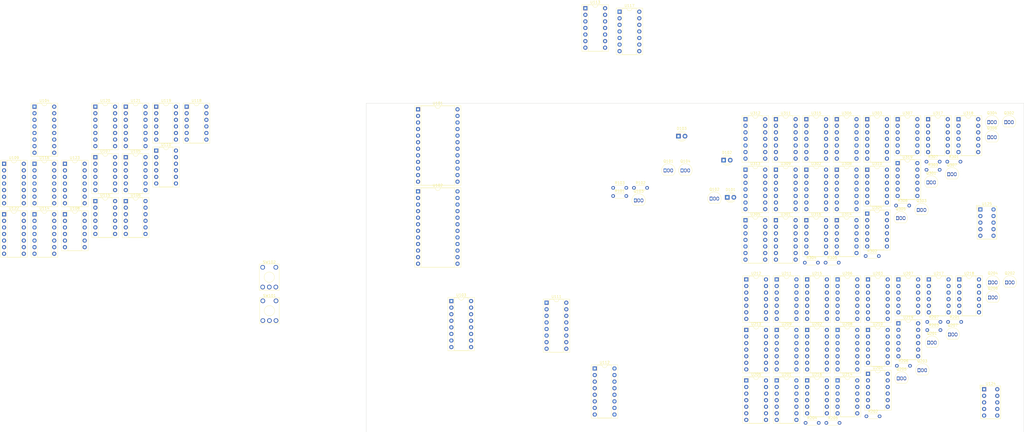
<source format=kicad_pcb>
(kicad_pcb (version 20210126) (generator pcbnew)
  (layers (0 "F.Cu" signal) (31 "B.Cu" signal) (34 "B.Paste" user) (35 "F.Paste" user) (36 "B.SilkS" user "B.Silkscreen") (37 "F.SilkS" user "F.Silkscreen") (38 "B.Mask" user) (39 "F.Mask" user) (44 "Edge.Cuts" user))
  (net 0 "")
  (net 1 "Net-(D101-Pad2)")
  (net 2 "GND")
  (net 3 "Net-(D102-Pad2)")
  (net 4 "Net-(D103-Pad2)")
  (net 5 "Net-(Q101-Pad1)")
  (net 6 "Net-(Q101-Pad2)")
  (net 7 "Net-(Q102-Pad1)")
  (net 8 "Net-(Q102-Pad2)")
  (net 9 "Net-(Q103-Pad1)")
  (net 10 "Net-(Q103-Pad2)")
  (net 11 "VCC")
  (net 12 "/hex_to_7seg/EN")
  (net 13 "Net-(Q104-Pad2)")
  (net 14 "Net-(Q201-Pad3)")
  (net 15 "Net-(Q201-Pad2)")
  (net 16 "Net-(Q202-Pad3)")
  (net 17 "Net-(Q202-Pad2)")
  (net 18 "Net-(Q203-Pad3)")
  (net 19 "Net-(Q203-Pad2)")
  (net 20 "Net-(Q204-Pad3)")
  (net 21 "Net-(Q204-Pad2)")
  (net 22 "Net-(Q205-Pad3)")
  (net 23 "Net-(Q205-Pad2)")
  (net 24 "Net-(Q206-Pad3)")
  (net 25 "Net-(Q206-Pad2)")
  (net 26 "Net-(Q207-Pad3)")
  (net 27 "Net-(Q207-Pad2)")
  (net 28 "Net-(Q301-Pad3)")
  (net 29 "Net-(Q301-Pad2)")
  (net 30 "Net-(Q302-Pad3)")
  (net 31 "Net-(Q302-Pad2)")
  (net 32 "Net-(Q303-Pad3)")
  (net 33 "Net-(Q303-Pad2)")
  (net 34 "Net-(Q304-Pad3)")
  (net 35 "Net-(Q304-Pad2)")
  (net 36 "Net-(Q305-Pad3)")
  (net 37 "Net-(Q305-Pad2)")
  (net 38 "Net-(Q306-Pad3)")
  (net 39 "Net-(Q306-Pad2)")
  (net 40 "Net-(Q307-Pad3)")
  (net 41 "Net-(Q307-Pad2)")
  (net 42 "/hex_to_7seg/A")
  (net 43 "/hex_to_7seg/B")
  (net 44 "/hex_to_7seg/C")
  (net 45 "/hex_to_7seg/D")
  (net 46 "/hex_to_7seg/E")
  (net 47 "/hex_to_7seg/F")
  (net 48 "/hex_to_7seg/G")
  (net 49 "/hex_to_7seg1/A")
  (net 50 "/hex_to_7seg1/B")
  (net 51 "/hex_to_7seg1/C")
  (net 52 "/hex_to_7seg1/D")
  (net 53 "/hex_to_7seg1/E")
  (net 54 "/hex_to_7seg1/F")
  (net 55 "/hex_to_7seg1/G")
  (net 56 "bit_2")
  (net 57 "bit_1")
  (net 58 "bit_0")
  (net 59 "bit_6")
  (net 60 "bit_5")
  (net 61 "bit_4")
  (net 62 "Net-(U101-Pad11)")
  (net 63 "Net-(U101-Pad10)")
  (net 64 "Net-(U101-Pad9)")
  (net 65 "Net-(U101-Pad8)")
  (net 67 "Net-(U101-Pad7)")
  (net 69 "Net-(U101-Pad6)")
  (net 70 "odd_4")
  (net 71 "Net-(U101-Pad5)")
  (net 72 "Net-(U101-Pad16)")
  (net 73 "Net-(U101-Pad4)")
  (net 74 "Net-(U101-Pad15)")
  (net 75 "Net-(U101-Pad3)")
  (net 76 "Net-(U101-Pad14)")
  (net 77 "Net-(U101-Pad2)")
  (net 78 "Net-(U101-Pad13)")
  (net 79 "odd_0")
  (net 80 "Net-(U102-Pad11)")
  (net 81 "bit_3")
  (net 82 "Net-(U102-Pad10)")
  (net 83 "Net-(U102-Pad9)")
  (net 84 "bit_7")
  (net 85 "Net-(U102-Pad8)")
  (net 87 "Net-(U102-Pad7)")
  (net 89 "Net-(U102-Pad6)")
  (net 90 "even_4")
  (net 91 "Net-(U102-Pad5)")
  (net 92 "Net-(U102-Pad16)")
  (net 93 "Net-(U102-Pad4)")
  (net 94 "Net-(U102-Pad15)")
  (net 95 "Net-(U102-Pad3)")
  (net 96 "Net-(U102-Pad14)")
  (net 97 "Net-(U102-Pad2)")
  (net 98 "Net-(U102-Pad13)")
  (net 99 "even_0")
  (net 101 "Net-(U103-Pad15)")
  (net 103 "Net-(U103-Pad6)")
  (net 107 "Net-(U103-Pad2)")
  (net 108 "Net-(U103-Pad9)")
  (net 111 "Net-(U104-Pad15)")
  (net 113 "Net-(U104-Pad6)")
  (net 117 "Net-(U104-Pad2)")
  (net 118 "Net-(U104-Pad9)")
  (net 120 "odd_1")
  (net 121 "Net-(U106-Pad1)")
  (net 122 "Net-(U107-Pad1)")
  (net 123 "Net-(U105-Pad13)")
  (net 124 "odd_2")
  (net 125 "Net-(U109-Pad7)")
  (net 126 "div_by_3")
  (net 127 "Net-(U109-Pad6)")
  (net 128 "Net-(U109-Pad12)")
  (net 129 "div_by_5")
  (net 130 "Net-(U109-Pad4)")
  (net 131 "Net-(U109-Pad10)")
  (net 132 "Net-(U109-Pad2)")
  (net 133 "Net-(U109-Pad8)")
  (net 134 "Net-(U110-Pad13)")
  (net 135 "even_2")
  (net 136 "Net-(U111-Pad15)")
  (net 138 "Net-(U111-Pad6)")
  (net 140 "Net-(U111-Pad2)")
  (net 141 "Net-(U111-Pad9)")
  (net 143 "Net-(U112-Pad15)")
  (net 145 "Net-(U112-Pad6)")
  (net 146 "Net-(U112-Pad2)")
  (net 147 "Net-(U112-Pad9)")
  (net 148 "odd_3")
  (net 149 "even_3")
  (net 150 "Net-(U113-Pad11)")
  (net 151 "Net-(U113-Pad4)")
  (net 152 "Net-(U113-Pad10)")
  (net 153 "Net-(U113-Pad3)")
  (net 154 "even_1")
  (net 155 "Net-(U114-Pad11)")
  (net 156 "Net-(U114-Pad4)")
  (net 157 "Net-(U114-Pad10)")
  (net 158 "Net-(U114-Pad3)")
  (net 159 "Net-(U115-Pad1)")
  (net 160 "Net-(U116-Pad4)")
  (net 161 "Net-(U116-Pad3)")
  (net 162 "Net-(U117-Pad3)")
  (net 163 "Net-(U115-Pad13)")
  (net 164 "Net-(U118-Pad9)")
  (net 169 "Net-(U201-Pad6)")
  (net 170 "Net-(U201-Pad4)")
  (net 171 "Net-(U201-Pad2)")
  (net 172 "Net-(U201-Pad8)")
  (net 173 "Net-(U202-Pad6)")
  (net 174 "Net-(U202-Pad10)")
  (net 175 "Net-(U202-Pad9)")
  (net 176 "Net-(U203-Pad6)")
  (net 177 "Net-(U203-Pad10)")
  (net 178 "Net-(U203-Pad9)")
  (net 179 "Net-(U204-Pad11)")
  (net 180 "Net-(U204-Pad10)")
  (net 181 "Net-(U204-Pad4)")
  (net 182 "Net-(U204-Pad9)")
  (net 183 "Net-(U204-Pad1)")
  (net 184 "Net-(U206-Pad6)")
  (net 185 "Net-(U206-Pad10)")
  (net 186 "Net-(U206-Pad9)")
  (net 187 "Net-(U207-Pad12)")
  (net 188 "Net-(U204-Pad13)")
  (net 189 "Net-(U208-Pad6)")
  (net 190 "Net-(U208-Pad9)")
  (net 191 "Net-(U209-Pad11)")
  (net 192 "Net-(U209-Pad4)")
  (net 193 "Net-(U209-Pad10)")
  (net 194 "Net-(U210-Pad5)")
  (net 195 "Net-(U210-Pad4)")
  (net 196 "Net-(U207-Pad13)")
  (net 197 "Net-(U210-Pad1)")
  (net 198 "Net-(U211-Pad11)")
  (net 199 "Net-(U211-Pad10)")
  (net 200 "Net-(U212-Pad11)")
  (net 201 "Net-(U212-Pad4)")
  (net 202 "Net-(U212-Pad10)")
  (net 203 "Net-(U212-Pad3)")
  (net 204 "Net-(U213-Pad11)")
  (net 205 "Net-(U213-Pad4)")
  (net 206 "Net-(U213-Pad10)")
  (net 207 "Net-(U213-Pad3)")
  (net 208 "Net-(U215-Pad11)")
  (net 209 "Net-(U215-Pad4)")
  (net 210 "Net-(U215-Pad10)")
  (net 211 "Net-(U215-Pad3)")
  (net 212 "Net-(U214-Pad13)")
  (net 213 "Net-(U217-Pad1)")
  (net 214 "Net-(U218-Pad10)")
  (net 215 "Net-(U217-Pad13)")
  (net 216 "Net-(U301-Pad6)")
  (net 217 "Net-(U301-Pad4)")
  (net 218 "Net-(U301-Pad2)")
  (net 219 "Net-(U301-Pad8)")
  (net 220 "Net-(U302-Pad6)")
  (net 221 "Net-(U302-Pad10)")
  (net 222 "Net-(U302-Pad9)")
  (net 223 "Net-(U303-Pad6)")
  (net 224 "Net-(U303-Pad10)")
  (net 225 "Net-(U303-Pad9)")
  (net 226 "Net-(U304-Pad11)")
  (net 227 "Net-(U304-Pad10)")
  (net 228 "Net-(U304-Pad4)")
  (net 229 "Net-(U304-Pad9)")
  (net 230 "Net-(U304-Pad1)")
  (net 231 "Net-(U306-Pad6)")
  (net 232 "Net-(U306-Pad10)")
  (net 233 "Net-(U306-Pad9)")
  (net 234 "Net-(U307-Pad12)")
  (net 235 "Net-(U304-Pad13)")
  (net 236 "Net-(U308-Pad6)")
  (net 237 "Net-(U308-Pad9)")
  (net 238 "Net-(U309-Pad11)")
  (net 239 "Net-(U309-Pad4)")
  (net 240 "Net-(U309-Pad10)")
  (net 241 "Net-(U310-Pad5)")
  (net 242 "Net-(U310-Pad4)")
  (net 243 "Net-(U307-Pad13)")
  (net 244 "Net-(U310-Pad1)")
  (net 245 "Net-(U311-Pad11)")
  (net 246 "Net-(U311-Pad10)")
  (net 247 "Net-(U312-Pad11)")
  (net 248 "Net-(U312-Pad4)")
  (net 249 "Net-(U312-Pad10)")
  (net 250 "Net-(U312-Pad3)")
  (net 251 "Net-(U313-Pad11)")
  (net 252 "Net-(U313-Pad4)")
  (net 253 "Net-(U313-Pad10)")
  (net 254 "Net-(U313-Pad3)")
  (net 255 "Net-(U315-Pad11)")
  (net 256 "Net-(U315-Pad4)")
  (net 257 "Net-(U315-Pad10)")
  (net 258 "Net-(U315-Pad3)")
  (net 259 "Net-(U314-Pad13)")
  (net 260 "Net-(U317-Pad1)")
  (net 261 "Net-(U318-Pad10)")
  (net 262 "Net-(U317-Pad13)")
  (footprint "Resistor_THT:R_Axial_DIN0204_L3.6mm_D1.6mm_P5.08mm_Horizontal" (layer "F.Cu") (at 120.786 86.612)
    (fp_text reference "R101")
    (fp_text value "470")
  )
  (footprint "Package_TO_SOT_THT:TO-92_Inline" (layer "F.Cu") (at 242.321 81.355)
    (fp_text reference "Q301")
    (fp_text value "Q_NMOS_DGS")
  )
  (footprint "Resistor_THT:R_Axial_DIN0204_L3.6mm_D1.6mm_P5.08mm_Horizontal" (layer "F.Cu") (at 218.586 171.684)
    (fp_text reference "R202")
    (fp_text value "470")
  )
  (footprint "Package_DIP:DIP-12_W7.62mm_Socket" (layer "F.Cu") (at 230.636 73.9)
    (fp_text reference "U319")
    (fp_text value "4072")
  )
  (footprint "Package_DIP:DIP-14_W7.62mm_Socket" (layer "F.Cu") (at 195.386 56.95)
    (fp_text reference "U315")
    (fp_text value "4081")
  )
  (footprint "Package_DIP:DIP-12_W7.62mm_Socket" (layer "F.Cu") (at -67.418 88.574)
    (fp_text reference "U106")
    (fp_text value "4072")
  )
  (footprint "Package_DIP:DIP-14_W7.62mm_Socket" (layer "F.Cu") (at 110.052 14.103)
    (fp_text reference "U113")
    (fp_text value "4081")
  )
  (footprint "Package_DIP:DIP-14_W7.62mm_Socket" (layer "F.Cu") (at 183.936 138.334)
    (fp_text reference "U209")
    (fp_text value "4081")
  )
  (footprint "Package_DIP:DIP-14_W7.62mm_Socket" (layer "F.Cu") (at 183.636 95.95)
    (fp_text reference "U301")
    (fp_text value "74LS04")
  )
  (footprint "Resistor_THT:R_Axial_DIN0204_L3.6mm_D1.6mm_P5.08mm_Horizontal" (layer "F.Cu") (at 241.786 76.5)
    (fp_text reference "R303")
    (fp_text value "470")
  )
  (footprint "Package_DIP:DIP-12_W7.62mm_Socket" (layer "F.Cu") (at -79.168 71.624)
    (fp_text reference "U107")
    (fp_text value "4072")
  )
  (footprint "Resistor_THT:R_Axial_DIN0204_L3.6mm_D1.6mm_P5.08mm_Horizontal" (layer "F.Cu") (at 249.816 73.35)
    (fp_text reference "R301")
    (fp_text value "470")
  )
  (footprint "Package_TO_SOT_THT:TO-92_Inline" (layer "F.Cu") (at 230.871 157.039)
    (fp_text reference "Q205")
    (fp_text value "Q_NMOS_DGS")
  )
  (footprint "Package_DIP:DIP-12_W7.62mm_Socket" (layer "F.Cu") (at 218.886 76.45)
    (fp_text reference "U310")
    (fp_text value "4072")
  )
  (footprint "Package_DIP:DIP-14_W7.62mm_Socket" (layer "F.Cu") (at -102.668 74.174)
    (fp_text reference "U116")
    (fp_text value "4081")
  )
  (footprint "Package_DIP:DIP-14_W7.62mm_Socket" (layer "F.Cu") (at -114.418 74.174)
    (fp_text reference "U109")
    (fp_text value "74LS04")
  )
  (footprint "Package_DIP:DIP-12_W7.62mm_Socket" (layer "F.Cu") (at 254.136 56.95)
    (fp_text reference "U318")
    (fp_text value "4072")
  )
  (footprint "Package_DIP:DIP-12_W7.62mm_Socket" (layer "F.Cu") (at 242.386 56.95)
    (fp_text reference "U317")
    (fp_text value "4072")
  )
  (footprint "Package_DIP:DIP-14_W7.62mm_Socket" (layer "F.Cu") (at 195.686 138.334)
    (fp_text reference "U202")
    (fp_text value "4073")
  )
  (footprint "Package_DIP:DIP-14_W7.62mm_Socket" (layer "F.Cu") (at 172.186 157.834)
    (fp_text reference "U205")
    (fp_text value "4081")
  )
  (footprint "Package_TO_SOT_THT:TO-92_Inline" (layer "F.Cu") (at 140.841 76.737)
    (fp_text reference "Q101")
    (fp_text value "Q_NMOS_DGS")
  )
  (footprint "Resistor_THT:R_Axial_DIN0204_L3.6mm_D1.6mm_P5.08mm_Horizontal" (layer "F.Cu") (at 128.816 83.462)
    (fp_text reference "R102")
    (fp_text value "470")
  )
  (footprint "Package_DIP:DIP-12_W7.62mm_Socket" (layer "F.Cu") (at -55.668 69.074)
    (fp_text reference "U110")
    (fp_text value "4072")
  )
  (footprint "Resistor_THT:R_Axial_DIN0204_L3.6mm_D1.6mm_P5.08mm_Horizontal" (layer "F.Cu") (at 120.786 83.462)
    (fp_text reference "R103")
    (fp_text value "470")
  )
  (footprint "Package_TO_SOT_THT:TO-92_Inline" (layer "F.Cu") (at 238.901 153.889)
    (fp_text reference "Q203")
    (fp_text value "Q_NMOS_DGS")
  )
  (footprint "Resistor_THT:R_Axial_DIN0204_L3.6mm_D1.6mm_P5.08mm_Horizontal" (layer "F.Cu") (at 242.086 135.234)
    (fp_text reference "R207")
    (fp_text value "470")
  )
  (footprint "Package_TO_SOT_THT:TO-92_Inline" (layer "F.Cu") (at 158.621 87.627)
    (fp_text reference "Q102")
    (fp_text value "Q_NMOS_DGS")
  )
  (footprint "Package_DIP:DIP-24_W15.24mm_Socket" (layer "F.Cu") (at 45.44 53.14)
    (fp_text reference "U101")
    (fp_text value "74LS154")
  )
  (footprint "Package_DIP:DIP-12_W7.62mm_Socket" (layer "F.Cu") (at -55.668 52.124)
    (fp_text reference "U119")
    (fp_text value "4072")
  )
  (footprint "Package_DIP:DIP-14_W7.62mm_Socket" (layer "F.Cu") (at 219.186 118.834)
    (fp_text reference "U203")
    (fp_text value "4073")
  )
  (footprint "Package_DIP:DIP-12_W7.62mm_Socket" (layer "F.Cu") (at 230.936 118.834)
    (fp_text reference "U207")
    (fp_text value "4072")
  )
  (footprint "Package_DIP:DIP-12_W7.62mm_Socket" (layer "F.Cu") (at 242.686 118.834)
    (fp_text reference "U217")
    (fp_text value "4072")
  )
  (footprint "Package_DIP:DIP-16_W7.62mm_Socket" (layer "F.Cu") (at -102.668 52.124)
    (fp_text reference "U104")
    (fp_text value "74LS83")
  )
  (footprint "Package_DIP:DIP-12_W7.62mm_Socket" (layer "F.Cu") (at 195.386 95.95)
    (fp_text reference "U316")
    (fp_text value "4072")
  )
  (footprint "Display_7Segment:HDSP-7401" (layer "F.Cu") (at 264.035 161.235)
    (fp_text reference "U124")
    (fp_text value "HDSP-7401")
  )
  (footprint "Package_TO_SOT_THT:TO-92_Inline" (layer "F.Cu") (at 242.621 143.239)
    (fp_text reference "Q201")
    (fp_text value "Q_NMOS_DGS")
  )
  (footprint "Package_DIP:DIP-14_W7.62mm_Socket" (layer "F.Cu") (at 183.636 56.95)
    (fp_text reference "U311")
    (fp_text value "4081")
  )
  (footprint "Package_DIP:DIP-12_W7.62mm_Socket" (layer "F.Cu") (at -79.168 88.574)
    (fp_text reference "U115")
    (fp_text value "4072")
  )
  (footprint "Package_DIP:DIP-14_W7.62mm_Socket" (layer "F.Cu") (at 207.436 118.834)
    (fp_text reference "U206")
    (fp_text value "4073")
  )
  (footprint "Package_DIP:DIP-16_W7.62mm_Socket" (layer "F.Cu") (at 95.066 127.816)
    (fp_text reference "U111")
    (fp_text value "74LS83")
  )
  (footprint "Package_DIP:DIP-14_W7.62mm_Socket" (layer "F.Cu") (at 183.936 157.834)
    (fp_text reference "U201")
    (fp_text value "74LS04")
  )
  (footprint "Package_DIP:DIP-14_W7.62mm_Socket" (layer "F.Cu") (at 171.886 56.95)
    (fp_text reference "U312")
    (fp_text value "4081")
  )
  (footprint "Package_DIP:DIP-14_W7.62mm_Socket" (layer "F.Cu") (at 172.186 118.834)
    (fp_text reference "U212")
    (fp_text value "4081")
  )
  (footprint "Package_DIP:DIP-14_W7.62mm_Socket" (layer "F.Cu") (at -114.418 93.674)
    (fp_text reference "U122")
    (fp_text value "4081")
  )
  (footprint "Package_DIP:DIP-14_W7.62mm_Socket" (layer "F.Cu") (at 218.886 56.95)
    (fp_text reference "U303")
    (fp_text value "4073")
  )
  (footprint "Package_TO_SOT_THT:TO-92_Inline" (layer "F.Cu") (at 272.681 119.989)
    (fp_text reference "Q202")
    (fp_text value "Q_NMOS_DGS")
  )
  (footprint "Package_DIP:DIP-12_W7.62mm_Socket" (layer "F.Cu") (at 254.436 118.834)
    (fp_text reference "U218")
    (fp_text value "4072")
  )
  (footprint "Package_TO_SOT_THT:TO-92_Inline" (layer "F.Cu") (at 238.601 92.005)
    (fp_text reference "Q303")
    (fp_text value "Q_NMOS_DGS")
  )
  (footprint "Button_Switch_THT:KSA_Tactile_SPST" (layer "F.Cu") (at -14.548 114.149)
    (fp_text reference "SW102")
    (fp_text value "SW_Coded_SH-7070")
  )
  (footprint "Package_DIP:DIP-24_W15.24mm_Socket" (layer "F.Cu") (at 45.44 84.832)
    (fp_text reference "U102")
    (fp_text value "74LS154")
  )
  (footprint "Package_DIP:DIP-12_W7.62mm_Socket" (layer "F.Cu") (at 218.886 93.4)
    (fp_text reference "U304")
    (fp_text value "4072")
  )
  (footprint "Package_DIP:DIP-14_W7.62mm_Socket" (layer "F.Cu") (at 195.686 118.834)
    (fp_text reference "U215")
    (fp_text value "4081")
  )
  (footprint "Package_DIP:DIP-12_W7.62mm_Socket" (layer "F.Cu") (at 230.636 56.95)
    (fp_text reference "U307")
    (fp_text value "4072")
  )
  (footprint "Package_DIP:DIP-14_W7.62mm_Socket" (layer "F.Cu") (at 207.136 56.95)
    (fp_text reference "U306")
    (fp_text value "4073")
  )
  (footprint "Package_DIP:DIP-14_W7.62mm_Socket" (layer "F.Cu") (at -79.168 52.124)
    (fp_text reference "U120")
    (fp_text value "74HC86")
  )
  (footprint "Resistor_THT:R_Axial_DIN0204_L3.6mm_D1.6mm_P5.08mm_Horizontal" (layer "F.Cu") (at 202.816 112.35)
    (fp_text reference "R305")
    (fp_text value "470")
  )
  (footprint "Package_DIP:DIP-16_W7.62mm_Socket" (layer "F.Cu") (at 58.307 127.181)
    (fp_text reference "U103")
    (fp_text value "74LS83")
  )
  (footprint "Package_DIP:DIP-14_W7.62mm_Socket" (layer "F.Cu") (at -102.668 93.674)
    (fp_text reference "U114")
    (fp_text value "4081")
  )
  (footprint "Package_DIP:DIP-14_W7.62mm_Socket" (layer "F.Cu") (at -90.918 74.174)
    (fp_text reference "U123")
    (fp_text value "4081")
  )
  (footprint "Display_7Segment:HDSP-7401" (layer "F.Cu") (at 262.587 91.813)
    (fp_text reference "U125")
    (fp_text value "HDSP-7401")
  )
  (footprint "Package_DIP:DIP-14_W7.62mm_Socket" (layer "F.Cu") (at 171.886 76.45)
    (fp_text reference "U313")
    (fp_text value "4081")
  )
  (footprint "Resistor_THT:R_Axial_DIN0204_L3.6mm_D1.6mm_P5.08mm_Horizontal" (layer "F.Cu") (at 230.336 152.184)
    (fp_text reference "R206")
    (fp_text value "470")
  )
  (footprint "Package_TO_SOT_THT:TO-92_Inline" (layer "F.Cu") (at 265.821 63.915)
    (fp_text reference "Q306")
    (fp_text value "Q_NMOS_DGS")
  )
  (footprint "Package_DIP:DIP-14_W7.62mm_Socket" (layer "F.Cu") (at 207.436 138.334)
    (fp_text reference "U208")
    (fp_text value "4073")
  )
  (footprint "Package_DIP:DIP-12_W7.62mm_Socket" (layer "F.Cu") (at -43.918 52.124)
    (fp_text reference "U118")
    (fp_text value "4072")
  )
  (footprint "Package_TO_SOT_THT:TO-92_Inline" (layer "F.Cu") (at 230.571 95.155)
    (fp_text reference "Q305")
    (fp_text value "Q_NMOS_DGS")
  )
  (footprint "Resistor_THT:R_Axial_DIN0204_L3.6mm_D1.6mm_P5.08mm_Horizontal" (layer "F.Cu") (at 250.116 135.234)
    (fp_text reference "R201")
    (fp_text value "470")
  )
  (footprint "Resistor_THT:R_Axial_DIN0204_L3.6mm_D1.6mm_P5.08mm_Horizontal" (layer "F.Cu") (at 241.786 73.35)
    (fp_text reference "R307")
    (fp_text value "470")
  )
  (footprint "Package_DIP:DIP-12_W7.62mm_Socket" (layer "F.Cu") (at 219.186 155.284)
    (fp_text reference "U204")
    (fp_text value "4072")
  )
  (footprint "Package_DIP:DIP-14_W7.62mm_Socket" (layer "F.Cu") (at 195.386 76.45)
    (fp_text reference "U302")
    (fp_text value "4073")
  )
  (footprint "Package_DIP:DIP-14_W7.62mm_Socket" (layer "F.Cu") (at 183.636 76.45)
    (fp_text reference "U309")
    (fp_text value "4081")
  )
  (footprint "LED_THT:LED_D3.0mm" (layer "F.Cu") (at 163.454 72.772)
    (fp_text reference "D102")
    (fp_text value "LED")
  )
  (footprint "Package_TO_SOT_THT:TO-92_Inline" (layer "F.Cu") (at 265.821 58.105)
    (fp_text reference "Q304")
    (fp_text value "Q_NMOS_DGS")
  )
  (footprint "Resistor_THT:R_Axial_DIN0204_L3.6mm_D1.6mm_P5.08mm_Horizontal" (layer "F.Cu") (at 194.786 112.35)
    (fp_text reference "R304")
    (fp_text value "470")
  )
  (footprint "Package_TO_SOT_THT:TO-92_Inline" (layer "F.Cu") (at 266.121 119.989)
    (fp_text reference "Q204")
    (fp_text value "Q_NMOS_DGS")
  )
  (footprint "Button_Switch_THT:KSA_Tactile_SPST" (layer "F.Cu") (at -14.488 127.103)
    (fp_text reference "SW101")
    (fp_text value "SW_Coded_SH-7070")
  )
  (footprint "Package_TO_SOT_THT:TO-92_Inline" (layer "F.Cu") (at 129.351 88.317)
    (fp_text reference "Q103")
    (fp_text value "Q_NMOS_DGS")
  )
  (footprint "Package_DIP:DIP-14_W7.62mm_Socket" (layer "F.Cu") (at -67.418 52.124)
    (fp_text reference "U121")
    (fp_text value "4081")
  )
  (footprint "Package_DIP:DIP-14_W7.62mm_Socket" (layer "F.Cu") (at 172.186 138.334)
    (fp_text reference "U213")
    (fp_text value "4081")
  )
  (footprint "Package_TO_SOT_THT:TO-92_Inline" (layer "F.Cu") (at 147.401 76.737)
    (fp_text reference "Q104")
    (fp_text value "Q_PMOS_DGS")
  )
  (footprint "Package_DIP:DIP-12_W7.62mm_Socket" (layer "F.Cu") (at 207.436 157.834)
    (fp_text reference "U214")
    (fp_text value "4072")
  )
  (footprint "Resistor_THT:R_Axial_DIN0204_L3.6mm_D1.6mm_P5.08mm_Horizontal" (layer "F.Cu") (at 203.116 174.234)
    (fp_text reference "R205")
    (fp_text value "470")
  )
  (footprint "Package_DIP:DIP-12_W7.62mm_Socket" (layer "F.Cu") (at -67.418 71.624)
    (fp_text reference "U105")
    (fp_text value "4072")
  )
  (footprint "Package_DIP:DIP-14_W7.62mm_Socket" (layer "F.Cu") (at 207.136 76.45)
    (fp_text reference "U308")
    (fp_text value "4073")
  )
  (footprint "Resistor_THT:R_Axial_DIN0204_L3.6mm_D1.6mm_P5.08mm_Horizontal" (layer "F.Cu") (at 230.036 90.3)
    (fp_text reference "R306")
    (fp_text value "470")
  )
  (footprint "Package_DIP:DIP-12_W7.62mm_Socket" (layer "F.Cu") (at -90.918 93.674)
    (fp_text reference "U108")
    (fp_text value "4072")
  )
  (footprint "Package_TO_SOT_THT:TO-92_Inline" (layer "F.Cu") (at 266.121 125.799)
    (fp_text reference "Q206")
    (fp_text value "Q_NMOS_DGS")
  )
  (footprint "Package_TO_SOT_THT:TO-92_Inline" (layer "F.Cu") (at 250.651 140.089)
    (fp_text reference "Q207")
    (fp_text value "Q_NMOS_DGS")
  )
  (footprint "Package_DIP:DIP-12_W7.62mm_Socket" (layer "F.Cu") (at 219.186 138.334)
    (fp_text reference "U210")
    (fp_text value "4072")
  )
  (footprint "Package_DIP:DIP-14_W7.62mm_Socket" (layer "F.Cu") (at 183.936 118.834)
    (fp_text reference "U211")
    (fp_text value "4081")
  )
  (footprint "Resistor_THT:R_Axial_DIN0204_L3.6mm_D1.6mm_P5.08mm_Horizontal" (layer "F.Cu") (at 242.086 138.384)
    (fp_text reference "R203")
    (fp_text value "470")
  )
  (footprint "Package_DIP:DIP-12_W7.62mm_Socket" (layer "F.Cu") (at 230.936 135.784)
    (fp_text reference "U219")
    (fp_text value "4072")
  )
  (footprint "Package_TO_SOT_THT:TO-92_Inline" (layer "F.Cu") (at 272.381 58.105)
    (fp_text reference "Q302")
    (fp_text value "Q_NMOS_DGS")
  )
  (footprint "Package_DIP:DIP-14_W7.62mm_Socket" (layer "F.Cu") (at 171.886 95.95)
    (fp_text reference "U305")
    (fp_text value "4081")
  )
  (footprint "Package_TO_SOT_THT:TO-92_Inline" (layer "F.Cu") (at 250.351 78.205)
    (fp_text reference "Q307")
    (fp_text value "Q_NMOS_DGS")
  )
  (footprint "Package_DIP:DIP-12_W7.62mm_Socket" (layer "F.Cu") (at 207.136 95.95)
    (fp_text reference "U314")
    (fp_text value "4072")
  )
  (footprint "LED_THT:LED_D3.0mm" (layer "F.Cu") (at 145.984 63.502)
    (fp_text reference "D103")
    (fp_text value "LED")
  )
  (footprint "LED_THT:LED_D3.0mm" (layer "F.Cu") (at 164.846 87.122)
    (fp_text reference "D101")
    (fp_text value "LED")
  )
  (footprint "Resistor_THT:R_Axial_DIN0204_L3.6mm_D1.6mm_P5.08mm_Horizontal" (layer "F.Cu") (at 218.286 109.8)
    (fp_text reference "R302")
    (fp_text value "470")
  )
  (footprint "Package_DIP:DIP-16_W7.62mm_Socket" (layer "F.Cu") (at 113.674 153.216)
    (fp_text reference "U112")
    (fp_text value "74LS83")
  )
  (footprint "Package_DIP:DIP-12_W7.62mm_Socket" (layer "F.Cu") (at 195.686 157.834)
    (fp_text reference "U216")
    (fp_text value "4072")
  )
  (footprint "Resistor_THT:R_Axial_DIN0204_L3.6mm_D1.6mm_P5.08mm_Horizontal" (layer "F.Cu") (at 195.086 174.234)
    (fp_text reference "R204")
    (fp_text value "470")
  )
  (footprint "Package_DIP:DIP-14_W7.62mm_Socket" (layer "F.Cu") (at 123.26 15.442)
    (fp_text reference "U117")
    (fp_text value "4081")
  )
  (gr_line (start 25.4 177.8) (end 25.4 50.8) (layer "Edge.Cuts") (width 0.1))
  (gr_line (start 279.4 177.8) (end 25.4 177.8) (layer "Edge.Cuts") (width 0.1))
  (gr_line (start 25.4 50.8) (end 279.4 50.8) (layer "Edge.Cuts") (width 0.1))
  (gr_line (start 279.4 50.8) (end 279.4 177.8) (layer "Edge.Cuts") (width 0.1))
)
</source>
